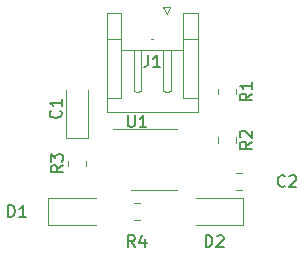
<source format=gbr>
%TF.GenerationSoftware,KiCad,Pcbnew,7.0.8*%
%TF.CreationDate,2023-10-11T13:53:52-07:00*%
%TF.ProjectId,PCB_555_Timer,5043425f-3535-4355-9f54-696d65722e6b,rev?*%
%TF.SameCoordinates,Original*%
%TF.FileFunction,Legend,Top*%
%TF.FilePolarity,Positive*%
%FSLAX46Y46*%
G04 Gerber Fmt 4.6, Leading zero omitted, Abs format (unit mm)*
G04 Created by KiCad (PCBNEW 7.0.8) date 2023-10-11 13:53:52*
%MOMM*%
%LPD*%
G01*
G04 APERTURE LIST*
%ADD10C,0.150000*%
%ADD11C,0.120000*%
G04 APERTURE END LIST*
D10*
X144018095Y-98514819D02*
X144018095Y-99324342D01*
X144018095Y-99324342D02*
X144065714Y-99419580D01*
X144065714Y-99419580D02*
X144113333Y-99467200D01*
X144113333Y-99467200D02*
X144208571Y-99514819D01*
X144208571Y-99514819D02*
X144399047Y-99514819D01*
X144399047Y-99514819D02*
X144494285Y-99467200D01*
X144494285Y-99467200D02*
X144541904Y-99419580D01*
X144541904Y-99419580D02*
X144589523Y-99324342D01*
X144589523Y-99324342D02*
X144589523Y-98514819D01*
X145589523Y-99514819D02*
X145018095Y-99514819D01*
X145303809Y-99514819D02*
X145303809Y-98514819D01*
X145303809Y-98514819D02*
X145208571Y-98657676D01*
X145208571Y-98657676D02*
X145113333Y-98752914D01*
X145113333Y-98752914D02*
X145018095Y-98800533D01*
X144613333Y-109674819D02*
X144280000Y-109198628D01*
X144041905Y-109674819D02*
X144041905Y-108674819D01*
X144041905Y-108674819D02*
X144422857Y-108674819D01*
X144422857Y-108674819D02*
X144518095Y-108722438D01*
X144518095Y-108722438D02*
X144565714Y-108770057D01*
X144565714Y-108770057D02*
X144613333Y-108865295D01*
X144613333Y-108865295D02*
X144613333Y-109008152D01*
X144613333Y-109008152D02*
X144565714Y-109103390D01*
X144565714Y-109103390D02*
X144518095Y-109151009D01*
X144518095Y-109151009D02*
X144422857Y-109198628D01*
X144422857Y-109198628D02*
X144041905Y-109198628D01*
X145470476Y-109008152D02*
X145470476Y-109674819D01*
X145232381Y-108627200D02*
X144994286Y-109341485D01*
X144994286Y-109341485D02*
X145613333Y-109341485D01*
X138504819Y-102766666D02*
X138028628Y-103099999D01*
X138504819Y-103338094D02*
X137504819Y-103338094D01*
X137504819Y-103338094D02*
X137504819Y-102957142D01*
X137504819Y-102957142D02*
X137552438Y-102861904D01*
X137552438Y-102861904D02*
X137600057Y-102814285D01*
X137600057Y-102814285D02*
X137695295Y-102766666D01*
X137695295Y-102766666D02*
X137838152Y-102766666D01*
X137838152Y-102766666D02*
X137933390Y-102814285D01*
X137933390Y-102814285D02*
X137981009Y-102861904D01*
X137981009Y-102861904D02*
X138028628Y-102957142D01*
X138028628Y-102957142D02*
X138028628Y-103338094D01*
X137504819Y-102433332D02*
X137504819Y-101814285D01*
X137504819Y-101814285D02*
X137885771Y-102147618D01*
X137885771Y-102147618D02*
X137885771Y-102004761D01*
X137885771Y-102004761D02*
X137933390Y-101909523D01*
X137933390Y-101909523D02*
X137981009Y-101861904D01*
X137981009Y-101861904D02*
X138076247Y-101814285D01*
X138076247Y-101814285D02*
X138314342Y-101814285D01*
X138314342Y-101814285D02*
X138409580Y-101861904D01*
X138409580Y-101861904D02*
X138457200Y-101909523D01*
X138457200Y-101909523D02*
X138504819Y-102004761D01*
X138504819Y-102004761D02*
X138504819Y-102290475D01*
X138504819Y-102290475D02*
X138457200Y-102385713D01*
X138457200Y-102385713D02*
X138409580Y-102433332D01*
X154504819Y-100766666D02*
X154028628Y-101099999D01*
X154504819Y-101338094D02*
X153504819Y-101338094D01*
X153504819Y-101338094D02*
X153504819Y-100957142D01*
X153504819Y-100957142D02*
X153552438Y-100861904D01*
X153552438Y-100861904D02*
X153600057Y-100814285D01*
X153600057Y-100814285D02*
X153695295Y-100766666D01*
X153695295Y-100766666D02*
X153838152Y-100766666D01*
X153838152Y-100766666D02*
X153933390Y-100814285D01*
X153933390Y-100814285D02*
X153981009Y-100861904D01*
X153981009Y-100861904D02*
X154028628Y-100957142D01*
X154028628Y-100957142D02*
X154028628Y-101338094D01*
X153600057Y-100385713D02*
X153552438Y-100338094D01*
X153552438Y-100338094D02*
X153504819Y-100242856D01*
X153504819Y-100242856D02*
X153504819Y-100004761D01*
X153504819Y-100004761D02*
X153552438Y-99909523D01*
X153552438Y-99909523D02*
X153600057Y-99861904D01*
X153600057Y-99861904D02*
X153695295Y-99814285D01*
X153695295Y-99814285D02*
X153790533Y-99814285D01*
X153790533Y-99814285D02*
X153933390Y-99861904D01*
X153933390Y-99861904D02*
X154504819Y-100433332D01*
X154504819Y-100433332D02*
X154504819Y-99814285D01*
X154504819Y-96686666D02*
X154028628Y-97019999D01*
X154504819Y-97258094D02*
X153504819Y-97258094D01*
X153504819Y-97258094D02*
X153504819Y-96877142D01*
X153504819Y-96877142D02*
X153552438Y-96781904D01*
X153552438Y-96781904D02*
X153600057Y-96734285D01*
X153600057Y-96734285D02*
X153695295Y-96686666D01*
X153695295Y-96686666D02*
X153838152Y-96686666D01*
X153838152Y-96686666D02*
X153933390Y-96734285D01*
X153933390Y-96734285D02*
X153981009Y-96781904D01*
X153981009Y-96781904D02*
X154028628Y-96877142D01*
X154028628Y-96877142D02*
X154028628Y-97258094D01*
X154504819Y-95734285D02*
X154504819Y-96305713D01*
X154504819Y-96019999D02*
X153504819Y-96019999D01*
X153504819Y-96019999D02*
X153647676Y-96115237D01*
X153647676Y-96115237D02*
X153742914Y-96210475D01*
X153742914Y-96210475D02*
X153790533Y-96305713D01*
X145736666Y-93434819D02*
X145736666Y-94149104D01*
X145736666Y-94149104D02*
X145689047Y-94291961D01*
X145689047Y-94291961D02*
X145593809Y-94387200D01*
X145593809Y-94387200D02*
X145450952Y-94434819D01*
X145450952Y-94434819D02*
X145355714Y-94434819D01*
X146736666Y-94434819D02*
X146165238Y-94434819D01*
X146450952Y-94434819D02*
X146450952Y-93434819D01*
X146450952Y-93434819D02*
X146355714Y-93577676D01*
X146355714Y-93577676D02*
X146260476Y-93672914D01*
X146260476Y-93672914D02*
X146165238Y-93720533D01*
X150609405Y-109674819D02*
X150609405Y-108674819D01*
X150609405Y-108674819D02*
X150847500Y-108674819D01*
X150847500Y-108674819D02*
X150990357Y-108722438D01*
X150990357Y-108722438D02*
X151085595Y-108817676D01*
X151085595Y-108817676D02*
X151133214Y-108912914D01*
X151133214Y-108912914D02*
X151180833Y-109103390D01*
X151180833Y-109103390D02*
X151180833Y-109246247D01*
X151180833Y-109246247D02*
X151133214Y-109436723D01*
X151133214Y-109436723D02*
X151085595Y-109531961D01*
X151085595Y-109531961D02*
X150990357Y-109627200D01*
X150990357Y-109627200D02*
X150847500Y-109674819D01*
X150847500Y-109674819D02*
X150609405Y-109674819D01*
X151561786Y-108770057D02*
X151609405Y-108722438D01*
X151609405Y-108722438D02*
X151704643Y-108674819D01*
X151704643Y-108674819D02*
X151942738Y-108674819D01*
X151942738Y-108674819D02*
X152037976Y-108722438D01*
X152037976Y-108722438D02*
X152085595Y-108770057D01*
X152085595Y-108770057D02*
X152133214Y-108865295D01*
X152133214Y-108865295D02*
X152133214Y-108960533D01*
X152133214Y-108960533D02*
X152085595Y-109103390D01*
X152085595Y-109103390D02*
X151514167Y-109674819D01*
X151514167Y-109674819D02*
X152133214Y-109674819D01*
X133881905Y-107134819D02*
X133881905Y-106134819D01*
X133881905Y-106134819D02*
X134120000Y-106134819D01*
X134120000Y-106134819D02*
X134262857Y-106182438D01*
X134262857Y-106182438D02*
X134358095Y-106277676D01*
X134358095Y-106277676D02*
X134405714Y-106372914D01*
X134405714Y-106372914D02*
X134453333Y-106563390D01*
X134453333Y-106563390D02*
X134453333Y-106706247D01*
X134453333Y-106706247D02*
X134405714Y-106896723D01*
X134405714Y-106896723D02*
X134358095Y-106991961D01*
X134358095Y-106991961D02*
X134262857Y-107087200D01*
X134262857Y-107087200D02*
X134120000Y-107134819D01*
X134120000Y-107134819D02*
X133881905Y-107134819D01*
X135405714Y-107134819D02*
X134834286Y-107134819D01*
X135120000Y-107134819D02*
X135120000Y-106134819D01*
X135120000Y-106134819D02*
X135024762Y-106277676D01*
X135024762Y-106277676D02*
X134929524Y-106372914D01*
X134929524Y-106372914D02*
X134834286Y-106420533D01*
X157313333Y-104499580D02*
X157265714Y-104547200D01*
X157265714Y-104547200D02*
X157122857Y-104594819D01*
X157122857Y-104594819D02*
X157027619Y-104594819D01*
X157027619Y-104594819D02*
X156884762Y-104547200D01*
X156884762Y-104547200D02*
X156789524Y-104451961D01*
X156789524Y-104451961D02*
X156741905Y-104356723D01*
X156741905Y-104356723D02*
X156694286Y-104166247D01*
X156694286Y-104166247D02*
X156694286Y-104023390D01*
X156694286Y-104023390D02*
X156741905Y-103832914D01*
X156741905Y-103832914D02*
X156789524Y-103737676D01*
X156789524Y-103737676D02*
X156884762Y-103642438D01*
X156884762Y-103642438D02*
X157027619Y-103594819D01*
X157027619Y-103594819D02*
X157122857Y-103594819D01*
X157122857Y-103594819D02*
X157265714Y-103642438D01*
X157265714Y-103642438D02*
X157313333Y-103690057D01*
X157694286Y-103690057D02*
X157741905Y-103642438D01*
X157741905Y-103642438D02*
X157837143Y-103594819D01*
X157837143Y-103594819D02*
X158075238Y-103594819D01*
X158075238Y-103594819D02*
X158170476Y-103642438D01*
X158170476Y-103642438D02*
X158218095Y-103690057D01*
X158218095Y-103690057D02*
X158265714Y-103785295D01*
X158265714Y-103785295D02*
X158265714Y-103880533D01*
X158265714Y-103880533D02*
X158218095Y-104023390D01*
X158218095Y-104023390D02*
X157646667Y-104594819D01*
X157646667Y-104594819D02*
X158265714Y-104594819D01*
X138309580Y-98124166D02*
X138357200Y-98171785D01*
X138357200Y-98171785D02*
X138404819Y-98314642D01*
X138404819Y-98314642D02*
X138404819Y-98409880D01*
X138404819Y-98409880D02*
X138357200Y-98552737D01*
X138357200Y-98552737D02*
X138261961Y-98647975D01*
X138261961Y-98647975D02*
X138166723Y-98695594D01*
X138166723Y-98695594D02*
X137976247Y-98743213D01*
X137976247Y-98743213D02*
X137833390Y-98743213D01*
X137833390Y-98743213D02*
X137642914Y-98695594D01*
X137642914Y-98695594D02*
X137547676Y-98647975D01*
X137547676Y-98647975D02*
X137452438Y-98552737D01*
X137452438Y-98552737D02*
X137404819Y-98409880D01*
X137404819Y-98409880D02*
X137404819Y-98314642D01*
X137404819Y-98314642D02*
X137452438Y-98171785D01*
X137452438Y-98171785D02*
X137500057Y-98124166D01*
X138404819Y-97171785D02*
X138404819Y-97743213D01*
X138404819Y-97457499D02*
X137404819Y-97457499D01*
X137404819Y-97457499D02*
X137547676Y-97552737D01*
X137547676Y-97552737D02*
X137642914Y-97647975D01*
X137642914Y-97647975D02*
X137690533Y-97743213D01*
D11*
%TO.C,U1*%
X146207500Y-104840000D02*
X148157500Y-104840000D01*
X146207500Y-104840000D02*
X144257500Y-104840000D01*
X146207500Y-99720000D02*
X142757500Y-99720000D01*
X146207500Y-99720000D02*
X148157500Y-99720000D01*
%TO.C,R4*%
X144552936Y-105945000D02*
X145007064Y-105945000D01*
X144552936Y-107415000D02*
X145007064Y-107415000D01*
%TO.C,R3*%
X138965000Y-102827064D02*
X138965000Y-102372936D01*
X140435000Y-102827064D02*
X140435000Y-102372936D01*
%TO.C,R2*%
X153135000Y-100372936D02*
X153135000Y-100827064D01*
X151665000Y-100372936D02*
X151665000Y-100827064D01*
%TO.C,R1*%
X153135000Y-96292936D02*
X153135000Y-96747064D01*
X151665000Y-96292936D02*
X151665000Y-96747064D01*
%TO.C,J1*%
X144500000Y-96450000D02*
X144500000Y-93030000D01*
X143430000Y-97030000D02*
X143430000Y-92030000D01*
X148710000Y-93030000D02*
X143430000Y-93030000D01*
X143430000Y-89830000D02*
X143430000Y-92030000D01*
X144820000Y-96530000D02*
X144500000Y-96450000D01*
X144500000Y-93030000D02*
X144820000Y-93030000D01*
X146150000Y-92030000D02*
X145990000Y-92030000D01*
X147320000Y-89940000D02*
X147620000Y-89340000D01*
X142210000Y-98250000D02*
X142210000Y-89830000D01*
X148710000Y-97030000D02*
X148710000Y-92030000D01*
X149930000Y-97030000D02*
X148710000Y-97030000D01*
X147320000Y-93030000D02*
X147640000Y-93030000D01*
X147620000Y-89340000D02*
X147020000Y-89340000D01*
X147640000Y-93030000D02*
X147640000Y-96450000D01*
X147020000Y-89340000D02*
X147320000Y-89940000D01*
X147320000Y-96530000D02*
X147000000Y-96450000D01*
X148710000Y-89830000D02*
X149930000Y-89830000D01*
X144820000Y-93030000D02*
X145140000Y-93030000D01*
X142210000Y-89830000D02*
X143430000Y-89830000D01*
X149930000Y-98250000D02*
X142210000Y-98250000D01*
X145140000Y-96450000D02*
X144820000Y-96530000D01*
X147640000Y-96450000D02*
X147320000Y-96530000D01*
X149930000Y-89830000D02*
X149930000Y-98250000D01*
X147000000Y-93030000D02*
X147320000Y-93030000D01*
X143430000Y-92030000D02*
X142210000Y-92030000D01*
X148710000Y-92030000D02*
X149930000Y-92030000D01*
X147000000Y-96450000D02*
X147000000Y-93030000D01*
X142210000Y-97030000D02*
X143430000Y-97030000D01*
X148710000Y-92030000D02*
X148710000Y-89830000D01*
X145140000Y-93030000D02*
X145140000Y-96450000D01*
%TO.C,D2*%
X153807500Y-105545000D02*
X149747500Y-105545000D01*
X153807500Y-107815000D02*
X153807500Y-105545000D01*
X149747500Y-107815000D02*
X153807500Y-107815000D01*
%TO.C,D1*%
X137240000Y-107815000D02*
X141300000Y-107815000D01*
X137240000Y-105545000D02*
X137240000Y-107815000D01*
X141300000Y-105545000D02*
X137240000Y-105545000D01*
%TO.C,C2*%
X153176248Y-104875000D02*
X153698752Y-104875000D01*
X153176248Y-103405000D02*
X153698752Y-103405000D01*
%TO.C,C1*%
X140635000Y-100442500D02*
X140635000Y-96357500D01*
X138765000Y-96357500D02*
X138765000Y-100442500D01*
X138765000Y-100442500D02*
X140635000Y-100442500D01*
%TD*%
M02*

</source>
